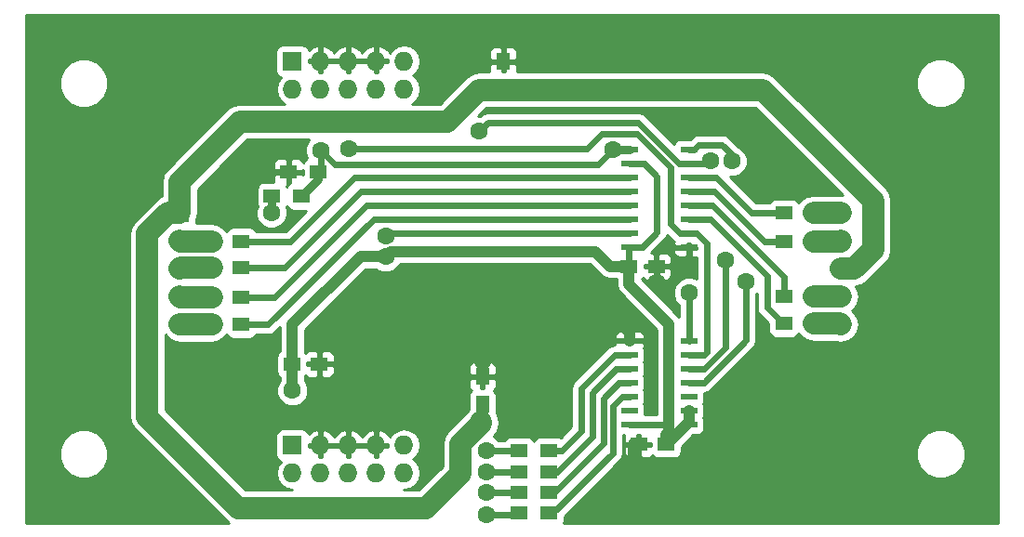
<source format=gbr>
%TF.GenerationSoftware,KiCad,Pcbnew,no-vcs-found-b05a40e~61~ubuntu16.04.1*%
%TF.CreationDate,2017-12-24T14:58:55+02:00*%
%TF.ProjectId,7-segment-block,372D7365676D656E742D626C6F636B2E,rev?*%
%TF.SameCoordinates,Original*%
%TF.FileFunction,Copper,L2,Bot,Signal*%
%TF.FilePolarity,Positive*%
%FSLAX46Y46*%
G04 Gerber Fmt 4.6, Leading zero omitted, Abs format (unit mm)*
G04 Created by KiCad (PCBNEW no-vcs-found-b05a40e~61~ubuntu16.04.1) date Sun Dec 24 14:58:55 2017*
%MOMM*%
%LPD*%
G01*
G04 APERTURE LIST*
%TA.AperFunction,SMDPad,CuDef*%
%ADD10R,1.500000X1.300000*%
%TD*%
%TA.AperFunction,ComponentPad*%
%ADD11O,1.727200X1.727200*%
%TD*%
%TA.AperFunction,ComponentPad*%
%ADD12R,1.727200X1.727200*%
%TD*%
%TA.AperFunction,SMDPad,CuDef*%
%ADD13R,1.250000X1.500000*%
%TD*%
%TA.AperFunction,SMDPad,CuDef*%
%ADD14R,1.500000X1.250000*%
%TD*%
%TA.AperFunction,ComponentPad*%
%ADD15C,1.700000*%
%TD*%
%TA.AperFunction,ComponentPad*%
%ADD16R,1.700000X1.700000*%
%TD*%
%TA.AperFunction,SMDPad,CuDef*%
%ADD17R,1.500000X0.600000*%
%TD*%
%TA.AperFunction,ViaPad*%
%ADD18C,1.600000*%
%TD*%
%TA.AperFunction,Conductor*%
%ADD19C,0.600000*%
%TD*%
%TA.AperFunction,Conductor*%
%ADD20C,1.000000*%
%TD*%
%TA.AperFunction,Conductor*%
%ADD21C,0.800000*%
%TD*%
%TA.AperFunction,Conductor*%
%ADD22C,2.000000*%
%TD*%
%TA.AperFunction,Conductor*%
%ADD23C,0.254000*%
%TD*%
G04 APERTURE END LIST*
D10*
%TO.P,R14,2*%
%TO.N,+5V*%
X139150000Y-61300000D03*
%TO.P,R14,1*%
%TO.N,/~G*%
X141850000Y-61300000D03*
%TD*%
D11*
%TO.P,J1,10*%
%TO.N,VCC*%
X151160000Y-86540000D03*
%TO.P,J1,9*%
X151160000Y-84000000D03*
%TO.P,J1,8*%
%TO.N,Net-(J1-Pad8)*%
X148620000Y-86540000D03*
%TO.P,J1,7*%
%TO.N,GND*%
X148620000Y-84000000D03*
%TO.P,J1,6*%
%TO.N,Net-(J1-Pad6)*%
X146080000Y-86540000D03*
%TO.P,J1,5*%
%TO.N,GND*%
X146080000Y-84000000D03*
%TO.P,J1,4*%
%TO.N,Net-(J1-Pad4)*%
X143540000Y-86540000D03*
%TO.P,J1,3*%
%TO.N,GND*%
X143540000Y-84000000D03*
%TO.P,J1,2*%
%TO.N,Net-(J1-Pad2)*%
X141000000Y-86540000D03*
D12*
%TO.P,J1,1*%
%TO.N,+5V*%
X141000000Y-84000000D03*
%TD*%
D13*
%TO.P,C4,2*%
%TO.N,GND*%
X160200000Y-49050000D03*
%TO.P,C4,1*%
%TO.N,VCC*%
X160200000Y-51550000D03*
%TD*%
D14*
%TO.P,C5,1*%
%TO.N,+5V*%
X140950000Y-76600000D03*
%TO.P,C5,2*%
%TO.N,GND*%
X143450000Y-76600000D03*
%TD*%
D13*
%TO.P,C6,2*%
%TO.N,GND*%
X158300000Y-77750000D03*
%TO.P,C6,1*%
%TO.N,VCC*%
X158300000Y-80250000D03*
%TD*%
D10*
%TO.P,R13,2*%
%TO.N,GND*%
X140650000Y-59100000D03*
%TO.P,R13,1*%
%TO.N,/~G*%
X143350000Y-59100000D03*
%TD*%
D15*
%TO.P,AFF1,10*%
%TO.N,/SEG_G*%
X190950000Y-62825000D03*
%TO.P,AFF1,9*%
%TO.N,/SEG_F*%
X190950000Y-65365000D03*
%TO.P,AFF1,8*%
%TO.N,VCC*%
X190950000Y-67905000D03*
%TO.P,AFF1,7*%
%TO.N,/SEG_A*%
X190950000Y-70445000D03*
%TO.P,AFF1,6*%
%TO.N,/SEG_B*%
X190950000Y-72985000D03*
%TO.P,AFF1,5*%
%TO.N,/SEG_DP*%
X130750000Y-72985000D03*
%TO.P,AFF1,4*%
%TO.N,/SEG_C*%
X130750000Y-70445000D03*
%TO.P,AFF1,3*%
%TO.N,/SEG_D*%
X130750000Y-67905000D03*
%TO.P,AFF1,2*%
%TO.N,/SEG_E*%
X130750000Y-65365000D03*
D16*
%TO.P,AFF1,1*%
%TO.N,VCC*%
X130750000Y-62825000D03*
%TD*%
D14*
%TO.P,C2,2*%
%TO.N,GND*%
X172550000Y-83900000D03*
%TO.P,C2,1*%
%TO.N,+5V*%
X175050000Y-83900000D03*
%TD*%
D10*
%TO.P,R9,1*%
%TO.N,Net-(R9-Pad1)*%
X164350000Y-90190000D03*
%TO.P,R9,2*%
%TO.N,Net-(J1-Pad2)*%
X161650000Y-90190000D03*
%TD*%
%TO.P,R11,2*%
%TO.N,Net-(J1-Pad6)*%
X161650000Y-86390000D03*
%TO.P,R11,1*%
%TO.N,Net-(R11-Pad1)*%
X164350000Y-86390000D03*
%TD*%
%TO.P,R12,1*%
%TO.N,Net-(R12-Pad1)*%
X164350000Y-84490000D03*
%TO.P,R12,2*%
%TO.N,Net-(J1-Pad8)*%
X161650000Y-84490000D03*
%TD*%
%TO.P,R10,2*%
%TO.N,Net-(J1-Pad4)*%
X161650000Y-88290000D03*
%TO.P,R10,1*%
%TO.N,Net-(R10-Pad1)*%
X164350000Y-88290000D03*
%TD*%
D17*
%TO.P,U2,14*%
%TO.N,+5V*%
X177100000Y-82110000D03*
%TO.P,U2,13*%
X177100000Y-80840000D03*
%TO.P,U2,12*%
%TO.N,N/C*%
X177100000Y-79570000D03*
%TO.P,U2,11*%
%TO.N,/SER_OUT*%
X177100000Y-78300000D03*
%TO.P,U2,10*%
%TO.N,/~G*%
X177100000Y-77030000D03*
%TO.P,U2,9*%
%TO.N,/SRCK*%
X177100000Y-75760000D03*
%TO.P,U2,8*%
%TO.N,/RCK*%
X177100000Y-74490000D03*
%TO.P,U2,7*%
%TO.N,GND*%
X171700000Y-74490000D03*
%TO.P,U2,6*%
%TO.N,Net-(R12-Pad1)*%
X171700000Y-75760000D03*
%TO.P,U2,5*%
%TO.N,Net-(R11-Pad1)*%
X171700000Y-77030000D03*
%TO.P,U2,4*%
%TO.N,Net-(R10-Pad1)*%
X171700000Y-78300000D03*
%TO.P,U2,3*%
%TO.N,Net-(R9-Pad1)*%
X171700000Y-79570000D03*
%TO.P,U2,2*%
%TO.N,N/C*%
X171700000Y-80840000D03*
%TO.P,U2,1*%
%TO.N,+5V*%
X171700000Y-82110000D03*
%TD*%
D14*
%TO.P,C1,2*%
%TO.N,GND*%
X174150000Y-67700000D03*
%TO.P,C1,1*%
%TO.N,+5V*%
X171650000Y-67700000D03*
%TD*%
D10*
%TO.P,R8,1*%
%TO.N,/SEG_B*%
X188450000Y-72900000D03*
%TO.P,R8,2*%
%TO.N,Net-(R8-Pad2)*%
X185750000Y-72900000D03*
%TD*%
%TO.P,R5,2*%
%TO.N,Net-(R5-Pad2)*%
X185750000Y-62800000D03*
%TO.P,R5,1*%
%TO.N,/SEG_G*%
X188450000Y-62800000D03*
%TD*%
%TO.P,R4,1*%
%TO.N,/SEG_E*%
X133650000Y-65400000D03*
%TO.P,R4,2*%
%TO.N,Net-(R4-Pad2)*%
X136350000Y-65400000D03*
%TD*%
%TO.P,R3,2*%
%TO.N,Net-(R3-Pad2)*%
X136350000Y-67800000D03*
%TO.P,R3,1*%
%TO.N,/SEG_D*%
X133650000Y-67800000D03*
%TD*%
%TO.P,R2,1*%
%TO.N,/SEG_C*%
X133650000Y-70500000D03*
%TO.P,R2,2*%
%TO.N,Net-(R2-Pad2)*%
X136350000Y-70500000D03*
%TD*%
%TO.P,R1,2*%
%TO.N,Net-(R1-Pad2)*%
X136350000Y-73000000D03*
%TO.P,R1,1*%
%TO.N,/SEG_DP*%
X133650000Y-73000000D03*
%TD*%
%TO.P,R6,1*%
%TO.N,/SEG_F*%
X188450000Y-65400000D03*
%TO.P,R6,2*%
%TO.N,Net-(R6-Pad2)*%
X185750000Y-65400000D03*
%TD*%
%TO.P,R7,2*%
%TO.N,Net-(R7-Pad2)*%
X185750000Y-70400000D03*
%TO.P,R7,1*%
%TO.N,/SEG_A*%
X188450000Y-70400000D03*
%TD*%
D12*
%TO.P,J2,1*%
%TO.N,+5V*%
X141000000Y-49000000D03*
D11*
%TO.P,J2,2*%
%TO.N,/SER_IN*%
X141000000Y-51540000D03*
%TO.P,J2,3*%
%TO.N,GND*%
X143540000Y-49000000D03*
%TO.P,J2,4*%
%TO.N,/~G*%
X143540000Y-51540000D03*
%TO.P,J2,5*%
%TO.N,GND*%
X146080000Y-49000000D03*
%TO.P,J2,6*%
%TO.N,/SRCK*%
X146080000Y-51540000D03*
%TO.P,J2,7*%
%TO.N,GND*%
X148620000Y-49000000D03*
%TO.P,J2,8*%
%TO.N,/RCK*%
X148620000Y-51540000D03*
%TO.P,J2,9*%
%TO.N,VCC*%
X151160000Y-49000000D03*
%TO.P,J2,10*%
X151160000Y-51540000D03*
%TD*%
D17*
%TO.P,U1,16*%
%TO.N,GND*%
X177100000Y-65945000D03*
%TO.P,U1,15*%
%TO.N,/SRCK*%
X177100000Y-64675000D03*
%TO.P,U1,14*%
%TO.N,Net-(R8-Pad2)*%
X177100000Y-63405000D03*
%TO.P,U1,13*%
%TO.N,Net-(R7-Pad2)*%
X177100000Y-62135000D03*
%TO.P,U1,12*%
%TO.N,Net-(R6-Pad2)*%
X177100000Y-60865000D03*
%TO.P,U1,11*%
%TO.N,Net-(R5-Pad2)*%
X177100000Y-59595000D03*
%TO.P,U1,10*%
%TO.N,/RCK*%
X177100000Y-58325000D03*
%TO.P,U1,9*%
%TO.N,/SER_OUT*%
X177100000Y-57055000D03*
%TO.P,U1,8*%
%TO.N,/~G*%
X171700000Y-57055000D03*
%TO.P,U1,7*%
%TO.N,+5V*%
X171700000Y-58325000D03*
%TO.P,U1,6*%
%TO.N,Net-(R4-Pad2)*%
X171700000Y-59595000D03*
%TO.P,U1,5*%
%TO.N,Net-(R3-Pad2)*%
X171700000Y-60865000D03*
%TO.P,U1,4*%
%TO.N,Net-(R2-Pad2)*%
X171700000Y-62135000D03*
%TO.P,U1,3*%
%TO.N,Net-(R1-Pad2)*%
X171700000Y-63405000D03*
%TO.P,U1,2*%
%TO.N,/SER_IN*%
X171700000Y-64675000D03*
%TO.P,U1,1*%
%TO.N,+5V*%
X171700000Y-65945000D03*
%TD*%
D18*
%TO.N,GND*%
X184750000Y-58750000D03*
X158000000Y-46600000D03*
X157999998Y-49000000D03*
X138100000Y-59200000D03*
X158300000Y-76300000D03*
%TO.N,/RCK*%
X157999996Y-55400000D03*
%TO.N,+5V*%
X139100000Y-62800000D03*
%TO.N,VCC*%
X158000002Y-51600000D03*
%TO.N,GND*%
X171000000Y-73000000D03*
X172000000Y-86000000D03*
X150000000Y-79000000D03*
X148000000Y-79000000D03*
X146000000Y-79000000D03*
X144000000Y-79000000D03*
X134000000Y-47000000D03*
X134000000Y-49000000D03*
X174200000Y-69200000D03*
X177000000Y-67800000D03*
%TO.N,/SRCK*%
X146100000Y-57000000D03*
%TO.N,/RCK*%
X177099998Y-70100002D03*
X179100000Y-58100000D03*
%TO.N,Net-(J1-Pad2)*%
X158700000Y-90300000D03*
%TO.N,/~G*%
X180400010Y-67148360D03*
X143600000Y-57100000D03*
X170150000Y-57055000D03*
%TO.N,/SER_IN*%
X149500000Y-64900000D03*
%TO.N,+5V*%
X141000000Y-79000000D03*
X149500000Y-66800000D03*
%TO.N,VCC*%
X158200000Y-81900000D03*
%TO.N,Net-(J1-Pad8)*%
X158700000Y-84500000D03*
%TO.N,Net-(J1-Pad6)*%
X158700000Y-86400000D03*
%TO.N,Net-(J1-Pad4)*%
X158700000Y-88300000D03*
%TO.N,/SER_OUT*%
X182300000Y-69100000D03*
X181000000Y-58100000D03*
%TD*%
D19*
%TO.N,GND*%
X138200000Y-59100000D02*
X138100000Y-59200000D01*
X140650000Y-59100000D02*
X138200000Y-59100000D01*
D20*
X158300000Y-77750000D02*
X158300000Y-76300000D01*
D19*
%TO.N,/RCK*%
X172506389Y-54600001D02*
X158799995Y-54600001D01*
X176231388Y-58325000D02*
X172506389Y-54600001D01*
X177100000Y-58325000D02*
X176231388Y-58325000D01*
X158799995Y-54600001D02*
X157999996Y-55400000D01*
D21*
%TO.N,/~G*%
X143350000Y-59100000D02*
X143350000Y-59800000D01*
X143350000Y-59800000D02*
X141850000Y-61300000D01*
D19*
X143600000Y-57100000D02*
X143600000Y-58850000D01*
X143600000Y-58850000D02*
X143350000Y-59100000D01*
D21*
%TO.N,+5V*%
X139150000Y-61300000D02*
X139150000Y-62750000D01*
X139150000Y-62750000D02*
X139100000Y-62800000D01*
D19*
X140950000Y-76600000D02*
X140950000Y-78950000D01*
X140950000Y-78950000D02*
X141000000Y-79000000D01*
X174200000Y-64600000D02*
X172855000Y-65945000D01*
X174200000Y-59475000D02*
X174200000Y-64600000D01*
X173050000Y-58325000D02*
X174200000Y-59475000D01*
X171700000Y-58325000D02*
X173050000Y-58325000D01*
X172855000Y-65945000D02*
X171700000Y-65945000D01*
%TO.N,VCC*%
X158050002Y-51550000D02*
X158000002Y-51600000D01*
X160200000Y-51550000D02*
X158050002Y-51550000D01*
D22*
X136225000Y-54500000D02*
X155100002Y-54500000D01*
X183800000Y-51600000D02*
X159131372Y-51600000D01*
X193900000Y-61700000D02*
X183800000Y-51600000D01*
X130750000Y-59975000D02*
X136225000Y-54500000D01*
X157200003Y-52399999D02*
X158000002Y-51600000D01*
X159131372Y-51600000D02*
X158000002Y-51600000D01*
X193900000Y-66157081D02*
X193900000Y-61700000D01*
X192152081Y-67905000D02*
X193900000Y-66157081D01*
X190950000Y-67905000D02*
X192152081Y-67905000D01*
X130750000Y-62825000D02*
X130750000Y-59975000D01*
X155100002Y-54500000D02*
X157200003Y-52399999D01*
D20*
X158300000Y-80250000D02*
X158300000Y-81800000D01*
X158300000Y-81800000D02*
X158200000Y-81900000D01*
D22*
%TO.N,/SEG_G*%
X188450000Y-62800000D02*
X190925000Y-62800000D01*
X190925000Y-62800000D02*
X190950000Y-62825000D01*
%TO.N,/SEG_F*%
X188450000Y-65400000D02*
X190915000Y-65400000D01*
X190915000Y-65400000D02*
X190950000Y-65365000D01*
%TO.N,/SEG_A*%
X188450000Y-70400000D02*
X190905000Y-70400000D01*
X190905000Y-70400000D02*
X190950000Y-70445000D01*
%TO.N,/SEG_B*%
X188450000Y-72900000D02*
X190865000Y-72900000D01*
X190865000Y-72900000D02*
X190950000Y-72985000D01*
%TO.N,/SEG_DP*%
X133650000Y-73000000D02*
X130765000Y-73000000D01*
X130765000Y-73000000D02*
X130750000Y-72985000D01*
%TO.N,/SEG_C*%
X133650000Y-70500000D02*
X130805000Y-70500000D01*
X130805000Y-70500000D02*
X130750000Y-70445000D01*
%TO.N,/SEG_D*%
X133650000Y-67800000D02*
X130855000Y-67800000D01*
X130855000Y-67800000D02*
X130750000Y-67905000D01*
%TO.N,/SEG_E*%
X133650000Y-65400000D02*
X130785000Y-65400000D01*
X130785000Y-65400000D02*
X130750000Y-65365000D01*
D20*
%TO.N,GND*%
X171700000Y-74490000D02*
X171700000Y-73700000D01*
X171700000Y-73700000D02*
X171000000Y-73000000D01*
X172050000Y-83900000D02*
X172050000Y-85950000D01*
X172050000Y-85950000D02*
X172000000Y-86000000D01*
D19*
X174150000Y-67700000D02*
X174150000Y-69150000D01*
X174150000Y-69150000D02*
X174200000Y-69200000D01*
X177100000Y-65945000D02*
X177100000Y-67700000D01*
X177100000Y-67700000D02*
X177000000Y-67800000D01*
%TO.N,/SRCK*%
X172375002Y-55600000D02*
X175400000Y-58624998D01*
X167800000Y-57000000D02*
X169200000Y-55600000D01*
X146100000Y-57000000D02*
X167800000Y-57000000D01*
X175400000Y-63800000D02*
X176275000Y-64675000D01*
X169200000Y-55600000D02*
X172375002Y-55600000D01*
X175400000Y-58624998D02*
X175400000Y-63800000D01*
X176275000Y-64675000D02*
X177100000Y-64675000D01*
X178700000Y-65594998D02*
X178700000Y-75510000D01*
X178700000Y-75510000D02*
X178450000Y-75760000D01*
X178450000Y-75760000D02*
X177100000Y-75760000D01*
X177100000Y-64675000D02*
X177780002Y-64675000D01*
X177780002Y-64675000D02*
X178700000Y-65594998D01*
%TO.N,/RCK*%
X177100000Y-74490000D02*
X177100000Y-70100004D01*
X177100000Y-70100004D02*
X177099998Y-70100002D01*
X178875000Y-58325000D02*
X179100000Y-58100000D01*
X177100000Y-58325000D02*
X178875000Y-58325000D01*
%TO.N,Net-(J1-Pad2)*%
X158700000Y-90300000D02*
X161540000Y-90300000D01*
X161540000Y-90300000D02*
X161650000Y-90190000D01*
%TO.N,/~G*%
X180400010Y-75079990D02*
X178450000Y-77030000D01*
X178450000Y-77030000D02*
X177100000Y-77030000D01*
X180400010Y-67148360D02*
X180400010Y-75079990D01*
X143600000Y-57100000D02*
X144900000Y-58400000D01*
X144900000Y-58400000D02*
X168805000Y-58400000D01*
X168805000Y-58400000D02*
X170150000Y-57055000D01*
D21*
X171700000Y-57055000D02*
X170150000Y-57055000D01*
D19*
%TO.N,/SER_IN*%
X149725000Y-64675000D02*
X149500000Y-64900000D01*
X171700000Y-64675000D02*
X149725000Y-64675000D01*
D20*
%TO.N,+5V*%
X177100000Y-80840000D02*
X177100000Y-81850000D01*
X177100000Y-81850000D02*
X175050000Y-83900000D01*
X175300000Y-82800000D02*
X175300000Y-82100000D01*
X175300000Y-82100000D02*
X175300000Y-72975000D01*
D19*
X171700000Y-82110000D02*
X173050000Y-82110000D01*
X173050000Y-82110000D02*
X173060000Y-82100000D01*
X173060000Y-82100000D02*
X175300000Y-82100000D01*
D20*
X175300000Y-72975000D02*
X171650000Y-69325000D01*
X175050000Y-83050000D02*
X175300000Y-82800000D01*
X175050000Y-83900000D02*
X175050000Y-83050000D01*
X171650000Y-69325000D02*
X171650000Y-67700000D01*
X141000000Y-73000000D02*
X141000000Y-79000000D01*
X147200000Y-66800000D02*
X141000000Y-73000000D01*
X149500000Y-66800000D02*
X147200000Y-66800000D01*
D19*
X177100000Y-82110000D02*
X177100000Y-80840000D01*
X174550000Y-83900000D02*
X175310000Y-83900000D01*
X175310000Y-83900000D02*
X177100000Y-82110000D01*
D20*
X171650000Y-67700000D02*
X169900000Y-67700000D01*
X169900000Y-67700000D02*
X168550000Y-66350000D01*
X168550000Y-66350000D02*
X149950000Y-66350000D01*
X149950000Y-66350000D02*
X149500000Y-66800000D01*
D19*
X171650000Y-67700000D02*
X171650000Y-65995000D01*
X171650000Y-65995000D02*
X171700000Y-65945000D01*
D22*
%TO.N,VCC*%
X156300000Y-83900000D02*
X158200000Y-82000000D01*
X158200000Y-82000000D02*
X158200000Y-81900000D01*
X156300000Y-86600000D02*
X156300000Y-83900000D01*
X153200000Y-89700000D02*
X156300000Y-86600000D01*
X136100000Y-89700000D02*
X153200000Y-89700000D01*
X127800000Y-81400000D02*
X136100000Y-89700000D01*
X127800000Y-64700000D02*
X127800000Y-81400000D01*
X129675000Y-62825000D02*
X127800000Y-64700000D01*
X130750000Y-62825000D02*
X129675000Y-62825000D01*
D19*
%TO.N,Net-(R7-Pad2)*%
X185750000Y-70400000D02*
X185750000Y-68662964D01*
X185750000Y-68662964D02*
X179222036Y-62135000D01*
X179222036Y-62135000D02*
X178650000Y-62135000D01*
X178650000Y-62135000D02*
X177100000Y-62135000D01*
D21*
X185500000Y-70400000D02*
X185750000Y-70400000D01*
D19*
%TO.N,Net-(R6-Pad2)*%
X183985772Y-65400000D02*
X179450772Y-60865000D01*
X178650000Y-60865000D02*
X177100000Y-60865000D01*
X179450772Y-60865000D02*
X178650000Y-60865000D01*
X185750000Y-65400000D02*
X183985772Y-65400000D01*
%TO.N,Net-(R1-Pad2)*%
X136350000Y-73000000D02*
X138800000Y-73000000D01*
X170150000Y-63405000D02*
X171700000Y-63405000D01*
X148395000Y-63405000D02*
X170150000Y-63405000D01*
X138800000Y-73000000D02*
X148395000Y-63405000D01*
D21*
X136450000Y-73000000D02*
X136350000Y-73000000D01*
D19*
%TO.N,Net-(R2-Pad2)*%
X136350000Y-70500000D02*
X139400000Y-70500000D01*
X170150000Y-62135000D02*
X171700000Y-62135000D01*
X147765000Y-62135000D02*
X170150000Y-62135000D01*
X139400000Y-70500000D02*
X147765000Y-62135000D01*
%TO.N,Net-(R3-Pad2)*%
X170150000Y-60865000D02*
X171700000Y-60865000D01*
X136350000Y-67800000D02*
X140271543Y-67800000D01*
X140271543Y-67800000D02*
X147206543Y-60865000D01*
X147206543Y-60865000D02*
X170150000Y-60865000D01*
D21*
X136450000Y-67800000D02*
X136350000Y-67800000D01*
D19*
%TO.N,Net-(R4-Pad2)*%
X136350000Y-65400000D02*
X140800000Y-65400000D01*
X146605000Y-59595000D02*
X170150000Y-59595000D01*
X140800000Y-65400000D02*
X146605000Y-59595000D01*
X170150000Y-59595000D02*
X171700000Y-59595000D01*
%TO.N,Net-(R5-Pad2)*%
X179595000Y-59595000D02*
X178650000Y-59595000D01*
X178650000Y-59595000D02*
X177100000Y-59595000D01*
X185750000Y-62800000D02*
X182800000Y-62800000D01*
X182800000Y-62800000D02*
X179595000Y-59595000D01*
%TO.N,Net-(R8-Pad2)*%
X185650000Y-72900000D02*
X184200000Y-71450000D01*
X179077807Y-63405000D02*
X178650000Y-63405000D01*
X184200000Y-71450000D02*
X184200000Y-68527193D01*
X184200000Y-68527193D02*
X179077807Y-63405000D01*
X178650000Y-63405000D02*
X177100000Y-63405000D01*
D21*
X185750000Y-72900000D02*
X185650000Y-72900000D01*
D19*
%TO.N,Net-(J1-Pad8)*%
X158700000Y-84500000D02*
X161640000Y-84500000D01*
X161640000Y-84500000D02*
X161650000Y-84490000D01*
%TO.N,Net-(J1-Pad6)*%
X158700000Y-86400000D02*
X161640000Y-86400000D01*
X161640000Y-86400000D02*
X161650000Y-86390000D01*
%TO.N,Net-(J1-Pad4)*%
X158700000Y-88300000D02*
X161640000Y-88300000D01*
X161640000Y-88300000D02*
X161650000Y-88290000D01*
%TO.N,Net-(R10-Pad1)*%
X170700000Y-78300000D02*
X169300000Y-79700000D01*
X169300000Y-83800000D02*
X164810000Y-88290000D01*
X169300000Y-79700000D02*
X169300000Y-83800000D01*
X171700000Y-78300000D02*
X170700000Y-78300000D01*
X164810000Y-88290000D02*
X164350000Y-88290000D01*
%TO.N,Net-(R12-Pad1)*%
X167300000Y-82700000D02*
X165510000Y-84490000D01*
X165510000Y-84490000D02*
X164350000Y-84490000D01*
X170350000Y-75760000D02*
X167300000Y-78810000D01*
X167300000Y-78810000D02*
X167300000Y-82700000D01*
X171700000Y-75760000D02*
X170350000Y-75760000D01*
%TO.N,Net-(R11-Pad1)*%
X168300000Y-79200000D02*
X168300000Y-83200000D01*
X170470000Y-77030000D02*
X168300000Y-79200000D01*
X168300000Y-83200000D02*
X165110000Y-86390000D01*
X171700000Y-77030000D02*
X170470000Y-77030000D01*
X165110000Y-86390000D02*
X164350000Y-86390000D01*
%TO.N,Net-(R9-Pad1)*%
X170200000Y-84700000D02*
X164710000Y-90190000D01*
X170200000Y-80389998D02*
X170200000Y-84700000D01*
X171019998Y-79570000D02*
X170200000Y-80389998D01*
X164710000Y-90190000D02*
X164350000Y-90190000D01*
X171700000Y-79570000D02*
X171019998Y-79570000D01*
%TO.N,/SER_OUT*%
X177100000Y-78300000D02*
X178450000Y-78300000D01*
X182300000Y-70231370D02*
X182300000Y-69100000D01*
X182300000Y-74450000D02*
X182300000Y-70231370D01*
X178450000Y-78300000D02*
X182300000Y-74450000D01*
X180100000Y-56600000D02*
X181000000Y-57500000D01*
X181000000Y-57500000D02*
X181000000Y-58100000D01*
X177550000Y-57055000D02*
X178005000Y-56600000D01*
X178005000Y-56600000D02*
X180100000Y-56600000D01*
X177100000Y-57055000D02*
X177550000Y-57055000D01*
%TD*%
D23*
%TO.N,GND*%
G36*
X205265000Y-91065000D02*
X165702685Y-91065000D01*
X165747440Y-90840000D01*
X165747440Y-90474850D01*
X170861145Y-85361145D01*
X170940341Y-85242619D01*
X197764613Y-85242619D01*
X198104155Y-86064372D01*
X198732321Y-86693636D01*
X199553481Y-87034611D01*
X200442619Y-87035387D01*
X201264372Y-86695845D01*
X201893636Y-86067679D01*
X202234611Y-85246519D01*
X202235387Y-84357381D01*
X201895845Y-83535628D01*
X201267679Y-82906364D01*
X200446519Y-82565389D01*
X199557381Y-82564613D01*
X198735628Y-82904155D01*
X198106364Y-83532321D01*
X197765389Y-84353481D01*
X197764613Y-85242619D01*
X170940341Y-85242619D01*
X171063827Y-85057809D01*
X171135000Y-84700000D01*
X171135000Y-84185750D01*
X171165000Y-84185750D01*
X171165000Y-84651310D01*
X171261673Y-84884699D01*
X171440302Y-85063327D01*
X171673691Y-85160000D01*
X172264250Y-85160000D01*
X172423000Y-85001250D01*
X172423000Y-84027000D01*
X171323750Y-84027000D01*
X171165000Y-84185750D01*
X171135000Y-84185750D01*
X171135000Y-83057440D01*
X171202797Y-83057440D01*
X171165000Y-83148690D01*
X171165000Y-83614250D01*
X171323750Y-83773000D01*
X172423000Y-83773000D01*
X172423000Y-83057440D01*
X172450000Y-83057440D01*
X172512541Y-83045000D01*
X172677000Y-83045000D01*
X172677000Y-83773000D01*
X173640262Y-83773000D01*
X173615000Y-83900000D01*
X173640262Y-84027000D01*
X172677000Y-84027000D01*
X172677000Y-85001250D01*
X172835750Y-85160000D01*
X173426309Y-85160000D01*
X173659698Y-85063327D01*
X173801346Y-84921680D01*
X173842191Y-84982809D01*
X174052235Y-85123157D01*
X174300000Y-85172440D01*
X175800000Y-85172440D01*
X176047765Y-85123157D01*
X176257809Y-84982809D01*
X176398157Y-84772765D01*
X176447440Y-84525000D01*
X176447440Y-84107692D01*
X177497692Y-83057440D01*
X177850000Y-83057440D01*
X178097765Y-83008157D01*
X178307809Y-82867809D01*
X178448157Y-82657765D01*
X178497440Y-82410000D01*
X178497440Y-81810000D01*
X178448157Y-81562235D01*
X178389868Y-81475000D01*
X178448157Y-81387765D01*
X178497440Y-81140000D01*
X178497440Y-80540000D01*
X178448157Y-80292235D01*
X178389868Y-80205000D01*
X178448157Y-80117765D01*
X178497440Y-79870000D01*
X178497440Y-79270000D01*
X178488938Y-79227255D01*
X178807809Y-79163827D01*
X179111145Y-78961145D01*
X182961145Y-75111145D01*
X183163827Y-74807809D01*
X183235000Y-74450000D01*
X183235000Y-70194258D01*
X183265000Y-70164310D01*
X183265000Y-71450000D01*
X183336173Y-71807809D01*
X183538855Y-72111145D01*
X184352560Y-72924850D01*
X184352560Y-73550000D01*
X184401843Y-73797765D01*
X184542191Y-74007809D01*
X184752235Y-74148157D01*
X185000000Y-74197440D01*
X186500000Y-74197440D01*
X186747765Y-74148157D01*
X186957809Y-74007809D01*
X187098157Y-73797765D01*
X187100000Y-73788500D01*
X187101843Y-73797765D01*
X187242191Y-74007809D01*
X187277254Y-74031238D01*
X187293880Y-74056120D01*
X187824313Y-74410543D01*
X188450000Y-74535000D01*
X190522676Y-74535000D01*
X190950000Y-74620000D01*
X191575688Y-74495543D01*
X192106119Y-74141119D01*
X192460543Y-73610688D01*
X192585000Y-72985000D01*
X192460543Y-72359312D01*
X192106119Y-71828880D01*
X192021120Y-71743880D01*
X191956792Y-71700898D01*
X192106120Y-71601120D01*
X192460543Y-71070688D01*
X192585001Y-70445000D01*
X192460543Y-69819313D01*
X192259620Y-69518610D01*
X192777769Y-69415543D01*
X193308201Y-69061120D01*
X195056117Y-67313203D01*
X195056120Y-67313201D01*
X195299678Y-66948690D01*
X195410543Y-66782769D01*
X195535001Y-66157081D01*
X195535000Y-66157076D01*
X195535000Y-61700005D01*
X195535001Y-61700000D01*
X195410543Y-61074312D01*
X195056120Y-60543880D01*
X185954859Y-51442619D01*
X197764613Y-51442619D01*
X198104155Y-52264372D01*
X198732321Y-52893636D01*
X199553481Y-53234611D01*
X200442619Y-53235387D01*
X201264372Y-52895845D01*
X201893636Y-52267679D01*
X202234611Y-51446519D01*
X202235387Y-50557381D01*
X201895845Y-49735628D01*
X201267679Y-49106364D01*
X200446519Y-48765389D01*
X199557381Y-48764613D01*
X198735628Y-49104155D01*
X198106364Y-49732321D01*
X197765389Y-50553481D01*
X197764613Y-51442619D01*
X185954859Y-51442619D01*
X184956120Y-50443880D01*
X184425688Y-50089457D01*
X183800000Y-49964999D01*
X183799995Y-49965000D01*
X161443974Y-49965000D01*
X161460000Y-49926309D01*
X161460000Y-49335750D01*
X161301250Y-49177000D01*
X160327000Y-49177000D01*
X160327000Y-49965000D01*
X160073000Y-49965000D01*
X160073000Y-49177000D01*
X159098750Y-49177000D01*
X158940000Y-49335750D01*
X158940000Y-49926309D01*
X158956026Y-49965000D01*
X158000002Y-49965000D01*
X157374315Y-50089457D01*
X156843882Y-50443880D01*
X156843880Y-50443883D01*
X156043883Y-51243879D01*
X154422762Y-52865000D01*
X151866515Y-52865000D01*
X152219670Y-52629029D01*
X152544526Y-52142848D01*
X152658600Y-51569359D01*
X152658600Y-51510641D01*
X152544526Y-50937152D01*
X152219670Y-50450971D01*
X151948828Y-50270000D01*
X152219670Y-50089029D01*
X152544526Y-49602848D01*
X152658600Y-49029359D01*
X152658600Y-48970641D01*
X152544526Y-48397152D01*
X152395215Y-48173691D01*
X158940000Y-48173691D01*
X158940000Y-48764250D01*
X159098750Y-48923000D01*
X160073000Y-48923000D01*
X160073000Y-47823750D01*
X160327000Y-47823750D01*
X160327000Y-48923000D01*
X161301250Y-48923000D01*
X161460000Y-48764250D01*
X161460000Y-48173691D01*
X161363327Y-47940302D01*
X161184699Y-47761673D01*
X160951310Y-47665000D01*
X160485750Y-47665000D01*
X160327000Y-47823750D01*
X160073000Y-47823750D01*
X159914250Y-47665000D01*
X159448690Y-47665000D01*
X159215301Y-47761673D01*
X159036673Y-47940302D01*
X158940000Y-48173691D01*
X152395215Y-48173691D01*
X152219670Y-47910971D01*
X151733489Y-47586115D01*
X151160000Y-47472041D01*
X150586511Y-47586115D01*
X150100330Y-47910971D01*
X149884336Y-48234228D01*
X149826821Y-48111510D01*
X149394947Y-47717312D01*
X148979026Y-47545042D01*
X148747000Y-47666183D01*
X148747000Y-48873000D01*
X149680822Y-48873000D01*
X149661400Y-48970641D01*
X149661400Y-49029359D01*
X149680822Y-49127000D01*
X148747000Y-49127000D01*
X148747000Y-50037303D01*
X148620000Y-50012041D01*
X148493000Y-50037303D01*
X148493000Y-49127000D01*
X146207000Y-49127000D01*
X146207000Y-50037303D01*
X146080000Y-50012041D01*
X145953000Y-50037303D01*
X145953000Y-49127000D01*
X143667000Y-49127000D01*
X143667000Y-50037303D01*
X143540000Y-50012041D01*
X143413000Y-50037303D01*
X143413000Y-49127000D01*
X142511040Y-49127000D01*
X142511040Y-48873000D01*
X143413000Y-48873000D01*
X143413000Y-47666183D01*
X143667000Y-47666183D01*
X143667000Y-48873000D01*
X145953000Y-48873000D01*
X145953000Y-47666183D01*
X146207000Y-47666183D01*
X146207000Y-48873000D01*
X148493000Y-48873000D01*
X148493000Y-47666183D01*
X148260974Y-47545042D01*
X147845053Y-47717312D01*
X147413179Y-48111510D01*
X147350000Y-48246313D01*
X147286821Y-48111510D01*
X146854947Y-47717312D01*
X146439026Y-47545042D01*
X146207000Y-47666183D01*
X145953000Y-47666183D01*
X145720974Y-47545042D01*
X145305053Y-47717312D01*
X144873179Y-48111510D01*
X144810000Y-48246313D01*
X144746821Y-48111510D01*
X144314947Y-47717312D01*
X143899026Y-47545042D01*
X143667000Y-47666183D01*
X143413000Y-47666183D01*
X143180974Y-47545042D01*
X142765053Y-47717312D01*
X142479520Y-47977936D01*
X142461757Y-47888635D01*
X142321409Y-47678591D01*
X142111365Y-47538243D01*
X141863600Y-47488960D01*
X140136400Y-47488960D01*
X139888635Y-47538243D01*
X139678591Y-47678591D01*
X139538243Y-47888635D01*
X139488960Y-48136400D01*
X139488960Y-49863600D01*
X139538243Y-50111365D01*
X139678591Y-50321409D01*
X139888635Y-50461757D01*
X139927904Y-50469568D01*
X139615474Y-50937152D01*
X139501400Y-51510641D01*
X139501400Y-51569359D01*
X139615474Y-52142848D01*
X139940330Y-52629029D01*
X140293485Y-52865000D01*
X136225000Y-52865000D01*
X135599312Y-52989457D01*
X135481826Y-53067959D01*
X135068880Y-53343880D01*
X135068878Y-53343883D01*
X129593880Y-58818880D01*
X129239457Y-59349312D01*
X129114999Y-59975000D01*
X129115000Y-59975005D01*
X129115000Y-61301391D01*
X129049313Y-61314457D01*
X128518880Y-61668880D01*
X128518878Y-61668883D01*
X126643880Y-63543880D01*
X126289457Y-64074312D01*
X126164999Y-64700000D01*
X126165000Y-64700005D01*
X126165000Y-81399995D01*
X126164999Y-81400000D01*
X126289457Y-82025688D01*
X126643880Y-82556120D01*
X134943878Y-90856117D01*
X134943880Y-90856120D01*
X135256492Y-91065000D01*
X116735000Y-91065000D01*
X116735000Y-85242619D01*
X119764613Y-85242619D01*
X120104155Y-86064372D01*
X120732321Y-86693636D01*
X121553481Y-87034611D01*
X122442619Y-87035387D01*
X123264372Y-86695845D01*
X123893636Y-86067679D01*
X124234611Y-85246519D01*
X124235387Y-84357381D01*
X123895845Y-83535628D01*
X123267679Y-82906364D01*
X122446519Y-82565389D01*
X121557381Y-82564613D01*
X120735628Y-82904155D01*
X120106364Y-83532321D01*
X119765389Y-84353481D01*
X119764613Y-85242619D01*
X116735000Y-85242619D01*
X116735000Y-51442619D01*
X119764613Y-51442619D01*
X120104155Y-52264372D01*
X120732321Y-52893636D01*
X121553481Y-53234611D01*
X122442619Y-53235387D01*
X123264372Y-52895845D01*
X123893636Y-52267679D01*
X124234611Y-51446519D01*
X124235387Y-50557381D01*
X123895845Y-49735628D01*
X123267679Y-49106364D01*
X122446519Y-48765389D01*
X121557381Y-48764613D01*
X120735628Y-49104155D01*
X120106364Y-49732321D01*
X119765389Y-50553481D01*
X119764613Y-51442619D01*
X116735000Y-51442619D01*
X116735000Y-44735000D01*
X205265000Y-44735000D01*
X205265000Y-91065000D01*
X205265000Y-91065000D01*
G37*
X205265000Y-91065000D02*
X165702685Y-91065000D01*
X165747440Y-90840000D01*
X165747440Y-90474850D01*
X170861145Y-85361145D01*
X170940341Y-85242619D01*
X197764613Y-85242619D01*
X198104155Y-86064372D01*
X198732321Y-86693636D01*
X199553481Y-87034611D01*
X200442619Y-87035387D01*
X201264372Y-86695845D01*
X201893636Y-86067679D01*
X202234611Y-85246519D01*
X202235387Y-84357381D01*
X201895845Y-83535628D01*
X201267679Y-82906364D01*
X200446519Y-82565389D01*
X199557381Y-82564613D01*
X198735628Y-82904155D01*
X198106364Y-83532321D01*
X197765389Y-84353481D01*
X197764613Y-85242619D01*
X170940341Y-85242619D01*
X171063827Y-85057809D01*
X171135000Y-84700000D01*
X171135000Y-84185750D01*
X171165000Y-84185750D01*
X171165000Y-84651310D01*
X171261673Y-84884699D01*
X171440302Y-85063327D01*
X171673691Y-85160000D01*
X172264250Y-85160000D01*
X172423000Y-85001250D01*
X172423000Y-84027000D01*
X171323750Y-84027000D01*
X171165000Y-84185750D01*
X171135000Y-84185750D01*
X171135000Y-83057440D01*
X171202797Y-83057440D01*
X171165000Y-83148690D01*
X171165000Y-83614250D01*
X171323750Y-83773000D01*
X172423000Y-83773000D01*
X172423000Y-83057440D01*
X172450000Y-83057440D01*
X172512541Y-83045000D01*
X172677000Y-83045000D01*
X172677000Y-83773000D01*
X173640262Y-83773000D01*
X173615000Y-83900000D01*
X173640262Y-84027000D01*
X172677000Y-84027000D01*
X172677000Y-85001250D01*
X172835750Y-85160000D01*
X173426309Y-85160000D01*
X173659698Y-85063327D01*
X173801346Y-84921680D01*
X173842191Y-84982809D01*
X174052235Y-85123157D01*
X174300000Y-85172440D01*
X175800000Y-85172440D01*
X176047765Y-85123157D01*
X176257809Y-84982809D01*
X176398157Y-84772765D01*
X176447440Y-84525000D01*
X176447440Y-84107692D01*
X177497692Y-83057440D01*
X177850000Y-83057440D01*
X178097765Y-83008157D01*
X178307809Y-82867809D01*
X178448157Y-82657765D01*
X178497440Y-82410000D01*
X178497440Y-81810000D01*
X178448157Y-81562235D01*
X178389868Y-81475000D01*
X178448157Y-81387765D01*
X178497440Y-81140000D01*
X178497440Y-80540000D01*
X178448157Y-80292235D01*
X178389868Y-80205000D01*
X178448157Y-80117765D01*
X178497440Y-79870000D01*
X178497440Y-79270000D01*
X178488938Y-79227255D01*
X178807809Y-79163827D01*
X179111145Y-78961145D01*
X182961145Y-75111145D01*
X183163827Y-74807809D01*
X183235000Y-74450000D01*
X183235000Y-70194258D01*
X183265000Y-70164310D01*
X183265000Y-71450000D01*
X183336173Y-71807809D01*
X183538855Y-72111145D01*
X184352560Y-72924850D01*
X184352560Y-73550000D01*
X184401843Y-73797765D01*
X184542191Y-74007809D01*
X184752235Y-74148157D01*
X185000000Y-74197440D01*
X186500000Y-74197440D01*
X186747765Y-74148157D01*
X186957809Y-74007809D01*
X187098157Y-73797765D01*
X187100000Y-73788500D01*
X187101843Y-73797765D01*
X187242191Y-74007809D01*
X187277254Y-74031238D01*
X187293880Y-74056120D01*
X187824313Y-74410543D01*
X188450000Y-74535000D01*
X190522676Y-74535000D01*
X190950000Y-74620000D01*
X191575688Y-74495543D01*
X192106119Y-74141119D01*
X192460543Y-73610688D01*
X192585000Y-72985000D01*
X192460543Y-72359312D01*
X192106119Y-71828880D01*
X192021120Y-71743880D01*
X191956792Y-71700898D01*
X192106120Y-71601120D01*
X192460543Y-71070688D01*
X192585001Y-70445000D01*
X192460543Y-69819313D01*
X192259620Y-69518610D01*
X192777769Y-69415543D01*
X193308201Y-69061120D01*
X195056117Y-67313203D01*
X195056120Y-67313201D01*
X195299678Y-66948690D01*
X195410543Y-66782769D01*
X195535001Y-66157081D01*
X195535000Y-66157076D01*
X195535000Y-61700005D01*
X195535001Y-61700000D01*
X195410543Y-61074312D01*
X195056120Y-60543880D01*
X185954859Y-51442619D01*
X197764613Y-51442619D01*
X198104155Y-52264372D01*
X198732321Y-52893636D01*
X199553481Y-53234611D01*
X200442619Y-53235387D01*
X201264372Y-52895845D01*
X201893636Y-52267679D01*
X202234611Y-51446519D01*
X202235387Y-50557381D01*
X201895845Y-49735628D01*
X201267679Y-49106364D01*
X200446519Y-48765389D01*
X199557381Y-48764613D01*
X198735628Y-49104155D01*
X198106364Y-49732321D01*
X197765389Y-50553481D01*
X197764613Y-51442619D01*
X185954859Y-51442619D01*
X184956120Y-50443880D01*
X184425688Y-50089457D01*
X183800000Y-49964999D01*
X183799995Y-49965000D01*
X161443974Y-49965000D01*
X161460000Y-49926309D01*
X161460000Y-49335750D01*
X161301250Y-49177000D01*
X160327000Y-49177000D01*
X160327000Y-49965000D01*
X160073000Y-49965000D01*
X160073000Y-49177000D01*
X159098750Y-49177000D01*
X158940000Y-49335750D01*
X158940000Y-49926309D01*
X158956026Y-49965000D01*
X158000002Y-49965000D01*
X157374315Y-50089457D01*
X156843882Y-50443880D01*
X156843880Y-50443883D01*
X156043883Y-51243879D01*
X154422762Y-52865000D01*
X151866515Y-52865000D01*
X152219670Y-52629029D01*
X152544526Y-52142848D01*
X152658600Y-51569359D01*
X152658600Y-51510641D01*
X152544526Y-50937152D01*
X152219670Y-50450971D01*
X151948828Y-50270000D01*
X152219670Y-50089029D01*
X152544526Y-49602848D01*
X152658600Y-49029359D01*
X152658600Y-48970641D01*
X152544526Y-48397152D01*
X152395215Y-48173691D01*
X158940000Y-48173691D01*
X158940000Y-48764250D01*
X159098750Y-48923000D01*
X160073000Y-48923000D01*
X160073000Y-47823750D01*
X160327000Y-47823750D01*
X160327000Y-48923000D01*
X161301250Y-48923000D01*
X161460000Y-48764250D01*
X161460000Y-48173691D01*
X161363327Y-47940302D01*
X161184699Y-47761673D01*
X160951310Y-47665000D01*
X160485750Y-47665000D01*
X160327000Y-47823750D01*
X160073000Y-47823750D01*
X159914250Y-47665000D01*
X159448690Y-47665000D01*
X159215301Y-47761673D01*
X159036673Y-47940302D01*
X158940000Y-48173691D01*
X152395215Y-48173691D01*
X152219670Y-47910971D01*
X151733489Y-47586115D01*
X151160000Y-47472041D01*
X150586511Y-47586115D01*
X150100330Y-47910971D01*
X149884336Y-48234228D01*
X149826821Y-48111510D01*
X149394947Y-47717312D01*
X148979026Y-47545042D01*
X148747000Y-47666183D01*
X148747000Y-48873000D01*
X149680822Y-48873000D01*
X149661400Y-48970641D01*
X149661400Y-49029359D01*
X149680822Y-49127000D01*
X148747000Y-49127000D01*
X148747000Y-50037303D01*
X148620000Y-50012041D01*
X148493000Y-50037303D01*
X148493000Y-49127000D01*
X146207000Y-49127000D01*
X146207000Y-50037303D01*
X146080000Y-50012041D01*
X145953000Y-50037303D01*
X145953000Y-49127000D01*
X143667000Y-49127000D01*
X143667000Y-50037303D01*
X143540000Y-50012041D01*
X143413000Y-50037303D01*
X143413000Y-49127000D01*
X142511040Y-49127000D01*
X142511040Y-48873000D01*
X143413000Y-48873000D01*
X143413000Y-47666183D01*
X143667000Y-47666183D01*
X143667000Y-48873000D01*
X145953000Y-48873000D01*
X145953000Y-47666183D01*
X146207000Y-47666183D01*
X146207000Y-48873000D01*
X148493000Y-48873000D01*
X148493000Y-47666183D01*
X148260974Y-47545042D01*
X147845053Y-47717312D01*
X147413179Y-48111510D01*
X147350000Y-48246313D01*
X147286821Y-48111510D01*
X146854947Y-47717312D01*
X146439026Y-47545042D01*
X146207000Y-47666183D01*
X145953000Y-47666183D01*
X145720974Y-47545042D01*
X145305053Y-47717312D01*
X144873179Y-48111510D01*
X144810000Y-48246313D01*
X144746821Y-48111510D01*
X144314947Y-47717312D01*
X143899026Y-47545042D01*
X143667000Y-47666183D01*
X143413000Y-47666183D01*
X143180974Y-47545042D01*
X142765053Y-47717312D01*
X142479520Y-47977936D01*
X142461757Y-47888635D01*
X142321409Y-47678591D01*
X142111365Y-47538243D01*
X141863600Y-47488960D01*
X140136400Y-47488960D01*
X139888635Y-47538243D01*
X139678591Y-47678591D01*
X139538243Y-47888635D01*
X139488960Y-48136400D01*
X139488960Y-49863600D01*
X139538243Y-50111365D01*
X139678591Y-50321409D01*
X139888635Y-50461757D01*
X139927904Y-50469568D01*
X139615474Y-50937152D01*
X139501400Y-51510641D01*
X139501400Y-51569359D01*
X139615474Y-52142848D01*
X139940330Y-52629029D01*
X140293485Y-52865000D01*
X136225000Y-52865000D01*
X135599312Y-52989457D01*
X135481826Y-53067959D01*
X135068880Y-53343880D01*
X135068878Y-53343883D01*
X129593880Y-58818880D01*
X129239457Y-59349312D01*
X129114999Y-59975000D01*
X129115000Y-59975005D01*
X129115000Y-61301391D01*
X129049313Y-61314457D01*
X128518880Y-61668880D01*
X128518878Y-61668883D01*
X126643880Y-63543880D01*
X126289457Y-64074312D01*
X126164999Y-64700000D01*
X126165000Y-64700005D01*
X126165000Y-81399995D01*
X126164999Y-81400000D01*
X126289457Y-82025688D01*
X126643880Y-82556120D01*
X134943878Y-90856117D01*
X134943880Y-90856120D01*
X135256492Y-91065000D01*
X116735000Y-91065000D01*
X116735000Y-85242619D01*
X119764613Y-85242619D01*
X120104155Y-86064372D01*
X120732321Y-86693636D01*
X121553481Y-87034611D01*
X122442619Y-87035387D01*
X123264372Y-86695845D01*
X123893636Y-86067679D01*
X124234611Y-85246519D01*
X124235387Y-84357381D01*
X123895845Y-83535628D01*
X123267679Y-82906364D01*
X122446519Y-82565389D01*
X121557381Y-82564613D01*
X120735628Y-82904155D01*
X120106364Y-83532321D01*
X119765389Y-84353481D01*
X119764613Y-85242619D01*
X116735000Y-85242619D01*
X116735000Y-51442619D01*
X119764613Y-51442619D01*
X120104155Y-52264372D01*
X120732321Y-52893636D01*
X121553481Y-53234611D01*
X122442619Y-53235387D01*
X123264372Y-52895845D01*
X123893636Y-52267679D01*
X124234611Y-51446519D01*
X124235387Y-50557381D01*
X123895845Y-49735628D01*
X123267679Y-49106364D01*
X122446519Y-48765389D01*
X121557381Y-48764613D01*
X120735628Y-49104155D01*
X120106364Y-49732321D01*
X119765389Y-50553481D01*
X119764613Y-51442619D01*
X116735000Y-51442619D01*
X116735000Y-44735000D01*
X205265000Y-44735000D01*
X205265000Y-91065000D01*
G36*
X169097434Y-68502566D02*
X169465654Y-68748603D01*
X169900000Y-68835000D01*
X170515000Y-68835000D01*
X170515000Y-69325000D01*
X170601397Y-69759346D01*
X170829016Y-70100002D01*
X170847434Y-70127566D01*
X174165000Y-73445133D01*
X174165000Y-81165000D01*
X173092467Y-81165000D01*
X173097440Y-81140000D01*
X173097440Y-80540000D01*
X173048157Y-80292235D01*
X172989868Y-80205000D01*
X173048157Y-80117765D01*
X173097440Y-79870000D01*
X173097440Y-79270000D01*
X173048157Y-79022235D01*
X172989868Y-78935000D01*
X173048157Y-78847765D01*
X173097440Y-78600000D01*
X173097440Y-78000000D01*
X173048157Y-77752235D01*
X172989868Y-77665000D01*
X173048157Y-77577765D01*
X173097440Y-77330000D01*
X173097440Y-76730000D01*
X173048157Y-76482235D01*
X172989868Y-76395000D01*
X173048157Y-76307765D01*
X173097440Y-76060000D01*
X173097440Y-75460000D01*
X173048157Y-75212235D01*
X172995232Y-75133028D01*
X173085000Y-74916310D01*
X173085000Y-74775750D01*
X172926250Y-74617000D01*
X171827000Y-74617000D01*
X171827000Y-74812560D01*
X171573000Y-74812560D01*
X171573000Y-74617000D01*
X170473750Y-74617000D01*
X170315000Y-74775750D01*
X170315000Y-74831962D01*
X169992191Y-74896173D01*
X169688855Y-75098855D01*
X166638855Y-78148855D01*
X166436173Y-78452191D01*
X166365000Y-78810000D01*
X166365000Y-82312710D01*
X165400578Y-83277132D01*
X165347765Y-83241843D01*
X165100000Y-83192560D01*
X163600000Y-83192560D01*
X163352235Y-83241843D01*
X163142191Y-83382191D01*
X163001843Y-83592235D01*
X163000000Y-83601500D01*
X162998157Y-83592235D01*
X162857809Y-83382191D01*
X162647765Y-83241843D01*
X162400000Y-83192560D01*
X160900000Y-83192560D01*
X160652235Y-83241843D01*
X160442191Y-83382191D01*
X160320041Y-83565000D01*
X159794258Y-83565000D01*
X159513923Y-83284176D01*
X159311936Y-83200303D01*
X159356117Y-83156122D01*
X159356120Y-83156120D01*
X159565880Y-82842191D01*
X159710543Y-82625688D01*
X159835001Y-82000000D01*
X159835000Y-81999995D01*
X159835000Y-81900000D01*
X159710543Y-81274313D01*
X159562074Y-81052113D01*
X159572440Y-81000000D01*
X159572440Y-79500000D01*
X159523157Y-79252235D01*
X159382809Y-79042191D01*
X159321680Y-79001346D01*
X159463327Y-78859698D01*
X159560000Y-78626309D01*
X159560000Y-78035750D01*
X159401250Y-77877000D01*
X158427000Y-77877000D01*
X158427000Y-78852560D01*
X158173000Y-78852560D01*
X158173000Y-77877000D01*
X157198750Y-77877000D01*
X157040000Y-78035750D01*
X157040000Y-78626309D01*
X157136673Y-78859698D01*
X157278320Y-79001346D01*
X157217191Y-79042191D01*
X157076843Y-79252235D01*
X157027560Y-79500000D01*
X157027560Y-80768305D01*
X156842513Y-81045248D01*
X155143880Y-82743880D01*
X154789457Y-83274312D01*
X154664999Y-83900000D01*
X154665000Y-83900005D01*
X154665000Y-85922760D01*
X152522760Y-88065000D01*
X151174876Y-88065000D01*
X151733489Y-87953885D01*
X152219670Y-87629029D01*
X152544526Y-87142848D01*
X152658600Y-86569359D01*
X152658600Y-86510641D01*
X152544526Y-85937152D01*
X152219670Y-85450971D01*
X151948828Y-85270000D01*
X152219670Y-85089029D01*
X152544526Y-84602848D01*
X152658600Y-84029359D01*
X152658600Y-83970641D01*
X152544526Y-83397152D01*
X152219670Y-82910971D01*
X151733489Y-82586115D01*
X151160000Y-82472041D01*
X150586511Y-82586115D01*
X150100330Y-82910971D01*
X149884336Y-83234228D01*
X149826821Y-83111510D01*
X149394947Y-82717312D01*
X148979026Y-82545042D01*
X148747000Y-82666183D01*
X148747000Y-83873000D01*
X149680822Y-83873000D01*
X149661400Y-83970641D01*
X149661400Y-84029359D01*
X149680822Y-84127000D01*
X148747000Y-84127000D01*
X148747000Y-85037303D01*
X148620000Y-85012041D01*
X148493000Y-85037303D01*
X148493000Y-84127000D01*
X146207000Y-84127000D01*
X146207000Y-85037303D01*
X146080000Y-85012041D01*
X145953000Y-85037303D01*
X145953000Y-84127000D01*
X143667000Y-84127000D01*
X143667000Y-85037303D01*
X143540000Y-85012041D01*
X143413000Y-85037303D01*
X143413000Y-84127000D01*
X142511040Y-84127000D01*
X142511040Y-83873000D01*
X143413000Y-83873000D01*
X143413000Y-82666183D01*
X143667000Y-82666183D01*
X143667000Y-83873000D01*
X145953000Y-83873000D01*
X145953000Y-82666183D01*
X146207000Y-82666183D01*
X146207000Y-83873000D01*
X148493000Y-83873000D01*
X148493000Y-82666183D01*
X148260974Y-82545042D01*
X147845053Y-82717312D01*
X147413179Y-83111510D01*
X147350000Y-83246313D01*
X147286821Y-83111510D01*
X146854947Y-82717312D01*
X146439026Y-82545042D01*
X146207000Y-82666183D01*
X145953000Y-82666183D01*
X145720974Y-82545042D01*
X145305053Y-82717312D01*
X144873179Y-83111510D01*
X144810000Y-83246313D01*
X144746821Y-83111510D01*
X144314947Y-82717312D01*
X143899026Y-82545042D01*
X143667000Y-82666183D01*
X143413000Y-82666183D01*
X143180974Y-82545042D01*
X142765053Y-82717312D01*
X142479520Y-82977936D01*
X142461757Y-82888635D01*
X142321409Y-82678591D01*
X142111365Y-82538243D01*
X141863600Y-82488960D01*
X140136400Y-82488960D01*
X139888635Y-82538243D01*
X139678591Y-82678591D01*
X139538243Y-82888635D01*
X139488960Y-83136400D01*
X139488960Y-84863600D01*
X139538243Y-85111365D01*
X139678591Y-85321409D01*
X139888635Y-85461757D01*
X139927904Y-85469568D01*
X139615474Y-85937152D01*
X139501400Y-86510641D01*
X139501400Y-86569359D01*
X139615474Y-87142848D01*
X139940330Y-87629029D01*
X140426511Y-87953885D01*
X140985124Y-88065000D01*
X136777239Y-88065000D01*
X129435000Y-80722760D01*
X129435000Y-73903339D01*
X129593880Y-74141120D01*
X129608878Y-74156117D01*
X129608880Y-74156120D01*
X129820381Y-74297440D01*
X130139312Y-74510543D01*
X130765000Y-74635000D01*
X133650000Y-74635000D01*
X134275687Y-74510543D01*
X134806120Y-74156120D01*
X134822746Y-74131238D01*
X134857809Y-74107809D01*
X134998157Y-73897765D01*
X135000000Y-73888500D01*
X135001843Y-73897765D01*
X135142191Y-74107809D01*
X135352235Y-74248157D01*
X135600000Y-74297440D01*
X137100000Y-74297440D01*
X137347765Y-74248157D01*
X137557809Y-74107809D01*
X137673277Y-73935000D01*
X138800000Y-73935000D01*
X139157809Y-73863827D01*
X139461145Y-73661145D01*
X139865000Y-73257290D01*
X139865000Y-75435132D01*
X139742191Y-75517191D01*
X139601843Y-75727235D01*
X139552560Y-75975000D01*
X139552560Y-77225000D01*
X139601843Y-77472765D01*
X139742191Y-77682809D01*
X139865000Y-77764868D01*
X139865000Y-78105394D01*
X139784176Y-78186077D01*
X139565250Y-78713309D01*
X139564752Y-79284187D01*
X139782757Y-79811800D01*
X140186077Y-80215824D01*
X140713309Y-80434750D01*
X141284187Y-80435248D01*
X141811800Y-80217243D01*
X142215824Y-79813923D01*
X142434750Y-79286691D01*
X142435248Y-78715813D01*
X142217243Y-78188200D01*
X142135000Y-78105813D01*
X142135000Y-77698050D01*
X142157809Y-77682809D01*
X142198654Y-77621680D01*
X142340302Y-77763327D01*
X142573691Y-77860000D01*
X143164250Y-77860000D01*
X143323000Y-77701250D01*
X143323000Y-76727000D01*
X143577000Y-76727000D01*
X143577000Y-77701250D01*
X143735750Y-77860000D01*
X144326309Y-77860000D01*
X144559698Y-77763327D01*
X144738327Y-77584699D01*
X144835000Y-77351310D01*
X144835000Y-76885750D01*
X144822941Y-76873691D01*
X157040000Y-76873691D01*
X157040000Y-77464250D01*
X157198750Y-77623000D01*
X158173000Y-77623000D01*
X158173000Y-76523750D01*
X158427000Y-76523750D01*
X158427000Y-77623000D01*
X159401250Y-77623000D01*
X159560000Y-77464250D01*
X159560000Y-76873691D01*
X159463327Y-76640302D01*
X159284699Y-76461673D01*
X159051310Y-76365000D01*
X158585750Y-76365000D01*
X158427000Y-76523750D01*
X158173000Y-76523750D01*
X158014250Y-76365000D01*
X157548690Y-76365000D01*
X157315301Y-76461673D01*
X157136673Y-76640302D01*
X157040000Y-76873691D01*
X144822941Y-76873691D01*
X144676250Y-76727000D01*
X143577000Y-76727000D01*
X143323000Y-76727000D01*
X142347440Y-76727000D01*
X142347440Y-76473000D01*
X143323000Y-76473000D01*
X143323000Y-75498750D01*
X143577000Y-75498750D01*
X143577000Y-76473000D01*
X144676250Y-76473000D01*
X144835000Y-76314250D01*
X144835000Y-75848690D01*
X144738327Y-75615301D01*
X144559698Y-75436673D01*
X144326309Y-75340000D01*
X143735750Y-75340000D01*
X143577000Y-75498750D01*
X143323000Y-75498750D01*
X143164250Y-75340000D01*
X142573691Y-75340000D01*
X142340302Y-75436673D01*
X142198654Y-75578320D01*
X142157809Y-75517191D01*
X142135000Y-75501950D01*
X142135000Y-74063690D01*
X170315000Y-74063690D01*
X170315000Y-74204250D01*
X170473750Y-74363000D01*
X171573000Y-74363000D01*
X171573000Y-73713750D01*
X171827000Y-73713750D01*
X171827000Y-74363000D01*
X172926250Y-74363000D01*
X173085000Y-74204250D01*
X173085000Y-74063690D01*
X172988327Y-73830301D01*
X172809698Y-73651673D01*
X172576309Y-73555000D01*
X171985750Y-73555000D01*
X171827000Y-73713750D01*
X171573000Y-73713750D01*
X171414250Y-73555000D01*
X170823691Y-73555000D01*
X170590302Y-73651673D01*
X170411673Y-73830301D01*
X170315000Y-74063690D01*
X142135000Y-74063690D01*
X142135000Y-73470132D01*
X147670132Y-67935000D01*
X148605394Y-67935000D01*
X148686077Y-68015824D01*
X149213309Y-68234750D01*
X149784187Y-68235248D01*
X150311800Y-68017243D01*
X150715824Y-67613923D01*
X150769358Y-67485000D01*
X168079868Y-67485000D01*
X169097434Y-68502566D01*
X169097434Y-68502566D01*
G37*
X169097434Y-68502566D02*
X169465654Y-68748603D01*
X169900000Y-68835000D01*
X170515000Y-68835000D01*
X170515000Y-69325000D01*
X170601397Y-69759346D01*
X170829016Y-70100002D01*
X170847434Y-70127566D01*
X174165000Y-73445133D01*
X174165000Y-81165000D01*
X173092467Y-81165000D01*
X173097440Y-81140000D01*
X173097440Y-80540000D01*
X173048157Y-80292235D01*
X172989868Y-80205000D01*
X173048157Y-80117765D01*
X173097440Y-79870000D01*
X173097440Y-79270000D01*
X173048157Y-79022235D01*
X172989868Y-78935000D01*
X173048157Y-78847765D01*
X173097440Y-78600000D01*
X173097440Y-78000000D01*
X173048157Y-77752235D01*
X172989868Y-77665000D01*
X173048157Y-77577765D01*
X173097440Y-77330000D01*
X173097440Y-76730000D01*
X173048157Y-76482235D01*
X172989868Y-76395000D01*
X173048157Y-76307765D01*
X173097440Y-76060000D01*
X173097440Y-75460000D01*
X173048157Y-75212235D01*
X172995232Y-75133028D01*
X173085000Y-74916310D01*
X173085000Y-74775750D01*
X172926250Y-74617000D01*
X171827000Y-74617000D01*
X171827000Y-74812560D01*
X171573000Y-74812560D01*
X171573000Y-74617000D01*
X170473750Y-74617000D01*
X170315000Y-74775750D01*
X170315000Y-74831962D01*
X169992191Y-74896173D01*
X169688855Y-75098855D01*
X166638855Y-78148855D01*
X166436173Y-78452191D01*
X166365000Y-78810000D01*
X166365000Y-82312710D01*
X165400578Y-83277132D01*
X165347765Y-83241843D01*
X165100000Y-83192560D01*
X163600000Y-83192560D01*
X163352235Y-83241843D01*
X163142191Y-83382191D01*
X163001843Y-83592235D01*
X163000000Y-83601500D01*
X162998157Y-83592235D01*
X162857809Y-83382191D01*
X162647765Y-83241843D01*
X162400000Y-83192560D01*
X160900000Y-83192560D01*
X160652235Y-83241843D01*
X160442191Y-83382191D01*
X160320041Y-83565000D01*
X159794258Y-83565000D01*
X159513923Y-83284176D01*
X159311936Y-83200303D01*
X159356117Y-83156122D01*
X159356120Y-83156120D01*
X159565880Y-82842191D01*
X159710543Y-82625688D01*
X159835001Y-82000000D01*
X159835000Y-81999995D01*
X159835000Y-81900000D01*
X159710543Y-81274313D01*
X159562074Y-81052113D01*
X159572440Y-81000000D01*
X159572440Y-79500000D01*
X159523157Y-79252235D01*
X159382809Y-79042191D01*
X159321680Y-79001346D01*
X159463327Y-78859698D01*
X159560000Y-78626309D01*
X159560000Y-78035750D01*
X159401250Y-77877000D01*
X158427000Y-77877000D01*
X158427000Y-78852560D01*
X158173000Y-78852560D01*
X158173000Y-77877000D01*
X157198750Y-77877000D01*
X157040000Y-78035750D01*
X157040000Y-78626309D01*
X157136673Y-78859698D01*
X157278320Y-79001346D01*
X157217191Y-79042191D01*
X157076843Y-79252235D01*
X157027560Y-79500000D01*
X157027560Y-80768305D01*
X156842513Y-81045248D01*
X155143880Y-82743880D01*
X154789457Y-83274312D01*
X154664999Y-83900000D01*
X154665000Y-83900005D01*
X154665000Y-85922760D01*
X152522760Y-88065000D01*
X151174876Y-88065000D01*
X151733489Y-87953885D01*
X152219670Y-87629029D01*
X152544526Y-87142848D01*
X152658600Y-86569359D01*
X152658600Y-86510641D01*
X152544526Y-85937152D01*
X152219670Y-85450971D01*
X151948828Y-85270000D01*
X152219670Y-85089029D01*
X152544526Y-84602848D01*
X152658600Y-84029359D01*
X152658600Y-83970641D01*
X152544526Y-83397152D01*
X152219670Y-82910971D01*
X151733489Y-82586115D01*
X151160000Y-82472041D01*
X150586511Y-82586115D01*
X150100330Y-82910971D01*
X149884336Y-83234228D01*
X149826821Y-83111510D01*
X149394947Y-82717312D01*
X148979026Y-82545042D01*
X148747000Y-82666183D01*
X148747000Y-83873000D01*
X149680822Y-83873000D01*
X149661400Y-83970641D01*
X149661400Y-84029359D01*
X149680822Y-84127000D01*
X148747000Y-84127000D01*
X148747000Y-85037303D01*
X148620000Y-85012041D01*
X148493000Y-85037303D01*
X148493000Y-84127000D01*
X146207000Y-84127000D01*
X146207000Y-85037303D01*
X146080000Y-85012041D01*
X145953000Y-85037303D01*
X145953000Y-84127000D01*
X143667000Y-84127000D01*
X143667000Y-85037303D01*
X143540000Y-85012041D01*
X143413000Y-85037303D01*
X143413000Y-84127000D01*
X142511040Y-84127000D01*
X142511040Y-83873000D01*
X143413000Y-83873000D01*
X143413000Y-82666183D01*
X143667000Y-82666183D01*
X143667000Y-83873000D01*
X145953000Y-83873000D01*
X145953000Y-82666183D01*
X146207000Y-82666183D01*
X146207000Y-83873000D01*
X148493000Y-83873000D01*
X148493000Y-82666183D01*
X148260974Y-82545042D01*
X147845053Y-82717312D01*
X147413179Y-83111510D01*
X147350000Y-83246313D01*
X147286821Y-83111510D01*
X146854947Y-82717312D01*
X146439026Y-82545042D01*
X146207000Y-82666183D01*
X145953000Y-82666183D01*
X145720974Y-82545042D01*
X145305053Y-82717312D01*
X144873179Y-83111510D01*
X144810000Y-83246313D01*
X144746821Y-83111510D01*
X144314947Y-82717312D01*
X143899026Y-82545042D01*
X143667000Y-82666183D01*
X143413000Y-82666183D01*
X143180974Y-82545042D01*
X142765053Y-82717312D01*
X142479520Y-82977936D01*
X142461757Y-82888635D01*
X142321409Y-82678591D01*
X142111365Y-82538243D01*
X141863600Y-82488960D01*
X140136400Y-82488960D01*
X139888635Y-82538243D01*
X139678591Y-82678591D01*
X139538243Y-82888635D01*
X139488960Y-83136400D01*
X139488960Y-84863600D01*
X139538243Y-85111365D01*
X139678591Y-85321409D01*
X139888635Y-85461757D01*
X139927904Y-85469568D01*
X139615474Y-85937152D01*
X139501400Y-86510641D01*
X139501400Y-86569359D01*
X139615474Y-87142848D01*
X139940330Y-87629029D01*
X140426511Y-87953885D01*
X140985124Y-88065000D01*
X136777239Y-88065000D01*
X129435000Y-80722760D01*
X129435000Y-73903339D01*
X129593880Y-74141120D01*
X129608878Y-74156117D01*
X129608880Y-74156120D01*
X129820381Y-74297440D01*
X130139312Y-74510543D01*
X130765000Y-74635000D01*
X133650000Y-74635000D01*
X134275687Y-74510543D01*
X134806120Y-74156120D01*
X134822746Y-74131238D01*
X134857809Y-74107809D01*
X134998157Y-73897765D01*
X135000000Y-73888500D01*
X135001843Y-73897765D01*
X135142191Y-74107809D01*
X135352235Y-74248157D01*
X135600000Y-74297440D01*
X137100000Y-74297440D01*
X137347765Y-74248157D01*
X137557809Y-74107809D01*
X137673277Y-73935000D01*
X138800000Y-73935000D01*
X139157809Y-73863827D01*
X139461145Y-73661145D01*
X139865000Y-73257290D01*
X139865000Y-75435132D01*
X139742191Y-75517191D01*
X139601843Y-75727235D01*
X139552560Y-75975000D01*
X139552560Y-77225000D01*
X139601843Y-77472765D01*
X139742191Y-77682809D01*
X139865000Y-77764868D01*
X139865000Y-78105394D01*
X139784176Y-78186077D01*
X139565250Y-78713309D01*
X139564752Y-79284187D01*
X139782757Y-79811800D01*
X140186077Y-80215824D01*
X140713309Y-80434750D01*
X141284187Y-80435248D01*
X141811800Y-80217243D01*
X142215824Y-79813923D01*
X142434750Y-79286691D01*
X142435248Y-78715813D01*
X142217243Y-78188200D01*
X142135000Y-78105813D01*
X142135000Y-77698050D01*
X142157809Y-77682809D01*
X142198654Y-77621680D01*
X142340302Y-77763327D01*
X142573691Y-77860000D01*
X143164250Y-77860000D01*
X143323000Y-77701250D01*
X143323000Y-76727000D01*
X143577000Y-76727000D01*
X143577000Y-77701250D01*
X143735750Y-77860000D01*
X144326309Y-77860000D01*
X144559698Y-77763327D01*
X144738327Y-77584699D01*
X144835000Y-77351310D01*
X144835000Y-76885750D01*
X144822941Y-76873691D01*
X157040000Y-76873691D01*
X157040000Y-77464250D01*
X157198750Y-77623000D01*
X158173000Y-77623000D01*
X158173000Y-76523750D01*
X158427000Y-76523750D01*
X158427000Y-77623000D01*
X159401250Y-77623000D01*
X159560000Y-77464250D01*
X159560000Y-76873691D01*
X159463327Y-76640302D01*
X159284699Y-76461673D01*
X159051310Y-76365000D01*
X158585750Y-76365000D01*
X158427000Y-76523750D01*
X158173000Y-76523750D01*
X158014250Y-76365000D01*
X157548690Y-76365000D01*
X157315301Y-76461673D01*
X157136673Y-76640302D01*
X157040000Y-76873691D01*
X144822941Y-76873691D01*
X144676250Y-76727000D01*
X143577000Y-76727000D01*
X143323000Y-76727000D01*
X142347440Y-76727000D01*
X142347440Y-76473000D01*
X143323000Y-76473000D01*
X143323000Y-75498750D01*
X143577000Y-75498750D01*
X143577000Y-76473000D01*
X144676250Y-76473000D01*
X144835000Y-76314250D01*
X144835000Y-75848690D01*
X144738327Y-75615301D01*
X144559698Y-75436673D01*
X144326309Y-75340000D01*
X143735750Y-75340000D01*
X143577000Y-75498750D01*
X143323000Y-75498750D01*
X143164250Y-75340000D01*
X142573691Y-75340000D01*
X142340302Y-75436673D01*
X142198654Y-75578320D01*
X142157809Y-75517191D01*
X142135000Y-75501950D01*
X142135000Y-74063690D01*
X170315000Y-74063690D01*
X170315000Y-74204250D01*
X170473750Y-74363000D01*
X171573000Y-74363000D01*
X171573000Y-73713750D01*
X171827000Y-73713750D01*
X171827000Y-74363000D01*
X172926250Y-74363000D01*
X173085000Y-74204250D01*
X173085000Y-74063690D01*
X172988327Y-73830301D01*
X172809698Y-73651673D01*
X172576309Y-73555000D01*
X171985750Y-73555000D01*
X171827000Y-73713750D01*
X171573000Y-73713750D01*
X171414250Y-73555000D01*
X170823691Y-73555000D01*
X170590302Y-73651673D01*
X170411673Y-73830301D01*
X170315000Y-74063690D01*
X142135000Y-74063690D01*
X142135000Y-73470132D01*
X147670132Y-67935000D01*
X148605394Y-67935000D01*
X148686077Y-68015824D01*
X149213309Y-68234750D01*
X149784187Y-68235248D01*
X150311800Y-68017243D01*
X150715824Y-67613923D01*
X150769358Y-67485000D01*
X168079868Y-67485000D01*
X169097434Y-68502566D01*
G36*
X175613855Y-65336145D02*
X175752297Y-65428648D01*
X175715000Y-65518690D01*
X175715000Y-65659250D01*
X175873750Y-65818000D01*
X176973000Y-65818000D01*
X176973000Y-65622440D01*
X177227000Y-65622440D01*
X177227000Y-65818000D01*
X177600712Y-65818000D01*
X177765000Y-65982288D01*
X177765000Y-66072000D01*
X177227000Y-66072000D01*
X177227000Y-66721250D01*
X177385750Y-66880000D01*
X177765000Y-66880000D01*
X177765000Y-68822341D01*
X177386689Y-68665252D01*
X176815811Y-68664754D01*
X176288198Y-68882759D01*
X175884174Y-69286079D01*
X175665248Y-69813311D01*
X175664750Y-70384189D01*
X175882755Y-70911802D01*
X176165000Y-71194540D01*
X176165000Y-72265872D01*
X176102567Y-72172434D01*
X172785000Y-68854868D01*
X172785000Y-68831459D01*
X172857809Y-68782809D01*
X172898654Y-68721680D01*
X173040302Y-68863327D01*
X173273691Y-68960000D01*
X173864250Y-68960000D01*
X174023000Y-68801250D01*
X174023000Y-67827000D01*
X174277000Y-67827000D01*
X174277000Y-68801250D01*
X174435750Y-68960000D01*
X175026309Y-68960000D01*
X175259698Y-68863327D01*
X175438327Y-68684699D01*
X175535000Y-68451310D01*
X175535000Y-67985750D01*
X175376250Y-67827000D01*
X174277000Y-67827000D01*
X174023000Y-67827000D01*
X173047440Y-67827000D01*
X173047440Y-67573000D01*
X174023000Y-67573000D01*
X174023000Y-66598750D01*
X174277000Y-66598750D01*
X174277000Y-67573000D01*
X175376250Y-67573000D01*
X175535000Y-67414250D01*
X175535000Y-66948690D01*
X175438327Y-66715301D01*
X175259698Y-66536673D01*
X175026309Y-66440000D01*
X174435750Y-66440000D01*
X174277000Y-66598750D01*
X174023000Y-66598750D01*
X173864250Y-66440000D01*
X173682290Y-66440000D01*
X173891540Y-66230750D01*
X175715000Y-66230750D01*
X175715000Y-66371310D01*
X175811673Y-66604699D01*
X175990302Y-66783327D01*
X176223691Y-66880000D01*
X176814250Y-66880000D01*
X176973000Y-66721250D01*
X176973000Y-66072000D01*
X175873750Y-66072000D01*
X175715000Y-66230750D01*
X173891540Y-66230750D01*
X174861145Y-65261145D01*
X175063827Y-64957809D01*
X175092313Y-64814603D01*
X175613855Y-65336145D01*
X175613855Y-65336145D01*
G37*
X175613855Y-65336145D02*
X175752297Y-65428648D01*
X175715000Y-65518690D01*
X175715000Y-65659250D01*
X175873750Y-65818000D01*
X176973000Y-65818000D01*
X176973000Y-65622440D01*
X177227000Y-65622440D01*
X177227000Y-65818000D01*
X177600712Y-65818000D01*
X177765000Y-65982288D01*
X177765000Y-66072000D01*
X177227000Y-66072000D01*
X177227000Y-66721250D01*
X177385750Y-66880000D01*
X177765000Y-66880000D01*
X177765000Y-68822341D01*
X177386689Y-68665252D01*
X176815811Y-68664754D01*
X176288198Y-68882759D01*
X175884174Y-69286079D01*
X175665248Y-69813311D01*
X175664750Y-70384189D01*
X175882755Y-70911802D01*
X176165000Y-71194540D01*
X176165000Y-72265872D01*
X176102567Y-72172434D01*
X172785000Y-68854868D01*
X172785000Y-68831459D01*
X172857809Y-68782809D01*
X172898654Y-68721680D01*
X173040302Y-68863327D01*
X173273691Y-68960000D01*
X173864250Y-68960000D01*
X174023000Y-68801250D01*
X174023000Y-67827000D01*
X174277000Y-67827000D01*
X174277000Y-68801250D01*
X174435750Y-68960000D01*
X175026309Y-68960000D01*
X175259698Y-68863327D01*
X175438327Y-68684699D01*
X175535000Y-68451310D01*
X175535000Y-67985750D01*
X175376250Y-67827000D01*
X174277000Y-67827000D01*
X174023000Y-67827000D01*
X173047440Y-67827000D01*
X173047440Y-67573000D01*
X174023000Y-67573000D01*
X174023000Y-66598750D01*
X174277000Y-66598750D01*
X174277000Y-67573000D01*
X175376250Y-67573000D01*
X175535000Y-67414250D01*
X175535000Y-66948690D01*
X175438327Y-66715301D01*
X175259698Y-66536673D01*
X175026309Y-66440000D01*
X174435750Y-66440000D01*
X174277000Y-66598750D01*
X174023000Y-66598750D01*
X173864250Y-66440000D01*
X173682290Y-66440000D01*
X173891540Y-66230750D01*
X175715000Y-66230750D01*
X175715000Y-66371310D01*
X175811673Y-66604699D01*
X175990302Y-66783327D01*
X176223691Y-66880000D01*
X176814250Y-66880000D01*
X176973000Y-66721250D01*
X176973000Y-66072000D01*
X175873750Y-66072000D01*
X175715000Y-66230750D01*
X173891540Y-66230750D01*
X174861145Y-65261145D01*
X175063827Y-64957809D01*
X175092313Y-64814603D01*
X175613855Y-65336145D01*
G36*
X142384176Y-56286077D02*
X142165250Y-56813309D01*
X142164752Y-57384187D01*
X142357547Y-57850786D01*
X142352235Y-57851843D01*
X142142191Y-57992191D01*
X142001843Y-58202235D01*
X141996279Y-58230209D01*
X141938327Y-58090301D01*
X141759698Y-57911673D01*
X141526309Y-57815000D01*
X140935750Y-57815000D01*
X140777000Y-57973750D01*
X140777000Y-58973000D01*
X141876250Y-58973000D01*
X141952560Y-58896690D01*
X141952560Y-59303310D01*
X141876250Y-59227000D01*
X140777000Y-59227000D01*
X140777000Y-60102114D01*
X140642191Y-60192191D01*
X140501843Y-60402235D01*
X140500000Y-60411500D01*
X140498157Y-60402235D01*
X140437618Y-60311632D01*
X140523000Y-60226250D01*
X140523000Y-59227000D01*
X139423750Y-59227000D01*
X139265000Y-59385750D01*
X139265000Y-59876310D01*
X139317295Y-60002560D01*
X138400000Y-60002560D01*
X138152235Y-60051843D01*
X137942191Y-60192191D01*
X137801843Y-60402235D01*
X137752560Y-60650000D01*
X137752560Y-61950000D01*
X137800040Y-62188699D01*
X137665250Y-62513309D01*
X137664752Y-63084187D01*
X137882757Y-63611800D01*
X138286077Y-64015824D01*
X138813309Y-64234750D01*
X139384187Y-64235248D01*
X139911800Y-64017243D01*
X140315824Y-63613923D01*
X140534750Y-63086691D01*
X140535248Y-62515813D01*
X140439874Y-62284991D01*
X140498157Y-62197765D01*
X140500000Y-62188500D01*
X140501843Y-62197765D01*
X140642191Y-62407809D01*
X140852235Y-62548157D01*
X141100000Y-62597440D01*
X142280270Y-62597440D01*
X140412710Y-64465000D01*
X137673277Y-64465000D01*
X137557809Y-64292191D01*
X137347765Y-64151843D01*
X137100000Y-64102560D01*
X135600000Y-64102560D01*
X135352235Y-64151843D01*
X135142191Y-64292191D01*
X135001843Y-64502235D01*
X135000000Y-64511500D01*
X134998157Y-64502235D01*
X134857809Y-64292191D01*
X134822746Y-64268762D01*
X134806120Y-64243880D01*
X134275687Y-63889457D01*
X133650000Y-63765000D01*
X132229538Y-63765000D01*
X132247440Y-63675000D01*
X132247440Y-63470297D01*
X132260543Y-63450687D01*
X132385000Y-62825000D01*
X132385000Y-60652240D01*
X134713549Y-58323690D01*
X139265000Y-58323690D01*
X139265000Y-58814250D01*
X139423750Y-58973000D01*
X140523000Y-58973000D01*
X140523000Y-57973750D01*
X140364250Y-57815000D01*
X139773691Y-57815000D01*
X139540302Y-57911673D01*
X139361673Y-58090301D01*
X139265000Y-58323690D01*
X134713549Y-58323690D01*
X136902239Y-56135000D01*
X142535517Y-56135000D01*
X142384176Y-56286077D01*
X142384176Y-56286077D01*
G37*
X142384176Y-56286077D02*
X142165250Y-56813309D01*
X142164752Y-57384187D01*
X142357547Y-57850786D01*
X142352235Y-57851843D01*
X142142191Y-57992191D01*
X142001843Y-58202235D01*
X141996279Y-58230209D01*
X141938327Y-58090301D01*
X141759698Y-57911673D01*
X141526309Y-57815000D01*
X140935750Y-57815000D01*
X140777000Y-57973750D01*
X140777000Y-58973000D01*
X141876250Y-58973000D01*
X141952560Y-58896690D01*
X141952560Y-59303310D01*
X141876250Y-59227000D01*
X140777000Y-59227000D01*
X140777000Y-60102114D01*
X140642191Y-60192191D01*
X140501843Y-60402235D01*
X140500000Y-60411500D01*
X140498157Y-60402235D01*
X140437618Y-60311632D01*
X140523000Y-60226250D01*
X140523000Y-59227000D01*
X139423750Y-59227000D01*
X139265000Y-59385750D01*
X139265000Y-59876310D01*
X139317295Y-60002560D01*
X138400000Y-60002560D01*
X138152235Y-60051843D01*
X137942191Y-60192191D01*
X137801843Y-60402235D01*
X137752560Y-60650000D01*
X137752560Y-61950000D01*
X137800040Y-62188699D01*
X137665250Y-62513309D01*
X137664752Y-63084187D01*
X137882757Y-63611800D01*
X138286077Y-64015824D01*
X138813309Y-64234750D01*
X139384187Y-64235248D01*
X139911800Y-64017243D01*
X140315824Y-63613923D01*
X140534750Y-63086691D01*
X140535248Y-62515813D01*
X140439874Y-62284991D01*
X140498157Y-62197765D01*
X140500000Y-62188500D01*
X140501843Y-62197765D01*
X140642191Y-62407809D01*
X140852235Y-62548157D01*
X141100000Y-62597440D01*
X142280270Y-62597440D01*
X140412710Y-64465000D01*
X137673277Y-64465000D01*
X137557809Y-64292191D01*
X137347765Y-64151843D01*
X137100000Y-64102560D01*
X135600000Y-64102560D01*
X135352235Y-64151843D01*
X135142191Y-64292191D01*
X135001843Y-64502235D01*
X135000000Y-64511500D01*
X134998157Y-64502235D01*
X134857809Y-64292191D01*
X134822746Y-64268762D01*
X134806120Y-64243880D01*
X134275687Y-63889457D01*
X133650000Y-63765000D01*
X132229538Y-63765000D01*
X132247440Y-63675000D01*
X132247440Y-63470297D01*
X132260543Y-63450687D01*
X132385000Y-62825000D01*
X132385000Y-60652240D01*
X134713549Y-58323690D01*
X139265000Y-58323690D01*
X139265000Y-58814250D01*
X139423750Y-58973000D01*
X140523000Y-58973000D01*
X140523000Y-57973750D01*
X140364250Y-57815000D01*
X139773691Y-57815000D01*
X139540302Y-57911673D01*
X139361673Y-58090301D01*
X139265000Y-58323690D01*
X134713549Y-58323690D01*
X136902239Y-56135000D01*
X142535517Y-56135000D01*
X142384176Y-56286077D01*
G36*
X191084482Y-61196722D02*
X190925000Y-61164999D01*
X190924995Y-61165000D01*
X188450000Y-61165000D01*
X187824313Y-61289457D01*
X187293880Y-61643880D01*
X187277254Y-61668762D01*
X187242191Y-61692191D01*
X187101843Y-61902235D01*
X187100000Y-61911500D01*
X187098157Y-61902235D01*
X186957809Y-61692191D01*
X186747765Y-61551843D01*
X186500000Y-61502560D01*
X185000000Y-61502560D01*
X184752235Y-61551843D01*
X184542191Y-61692191D01*
X184426723Y-61865000D01*
X183187290Y-61865000D01*
X180857165Y-59534875D01*
X181284187Y-59535248D01*
X181811800Y-59317243D01*
X182215824Y-58913923D01*
X182434750Y-58386691D01*
X182435248Y-57815813D01*
X182217243Y-57288200D01*
X181813923Y-56884176D01*
X181630162Y-56807872D01*
X180761145Y-55938855D01*
X180457809Y-55736173D01*
X180100000Y-55665000D01*
X178005000Y-55665000D01*
X177647191Y-55736173D01*
X177343855Y-55938855D01*
X177175150Y-56107560D01*
X176350000Y-56107560D01*
X176102235Y-56156843D01*
X175892191Y-56297191D01*
X175751843Y-56507235D01*
X175749200Y-56520522D01*
X173167534Y-53938856D01*
X172864198Y-53736174D01*
X172506389Y-53665001D01*
X158799995Y-53665001D01*
X158442186Y-53736174D01*
X158138850Y-53938856D01*
X158112608Y-53965098D01*
X157947288Y-53964954D01*
X158677242Y-53235000D01*
X183122760Y-53235000D01*
X191084482Y-61196722D01*
X191084482Y-61196722D01*
G37*
X191084482Y-61196722D02*
X190925000Y-61164999D01*
X190924995Y-61165000D01*
X188450000Y-61165000D01*
X187824313Y-61289457D01*
X187293880Y-61643880D01*
X187277254Y-61668762D01*
X187242191Y-61692191D01*
X187101843Y-61902235D01*
X187100000Y-61911500D01*
X187098157Y-61902235D01*
X186957809Y-61692191D01*
X186747765Y-61551843D01*
X186500000Y-61502560D01*
X185000000Y-61502560D01*
X184752235Y-61551843D01*
X184542191Y-61692191D01*
X184426723Y-61865000D01*
X183187290Y-61865000D01*
X180857165Y-59534875D01*
X181284187Y-59535248D01*
X181811800Y-59317243D01*
X182215824Y-58913923D01*
X182434750Y-58386691D01*
X182435248Y-57815813D01*
X182217243Y-57288200D01*
X181813923Y-56884176D01*
X181630162Y-56807872D01*
X180761145Y-55938855D01*
X180457809Y-55736173D01*
X180100000Y-55665000D01*
X178005000Y-55665000D01*
X177647191Y-55736173D01*
X177343855Y-55938855D01*
X177175150Y-56107560D01*
X176350000Y-56107560D01*
X176102235Y-56156843D01*
X175892191Y-56297191D01*
X175751843Y-56507235D01*
X175749200Y-56520522D01*
X173167534Y-53938856D01*
X172864198Y-53736174D01*
X172506389Y-53665001D01*
X158799995Y-53665001D01*
X158442186Y-53736174D01*
X158138850Y-53938856D01*
X158112608Y-53965098D01*
X157947288Y-53964954D01*
X158677242Y-53235000D01*
X183122760Y-53235000D01*
X191084482Y-61196722D01*
%TD*%
M02*

</source>
